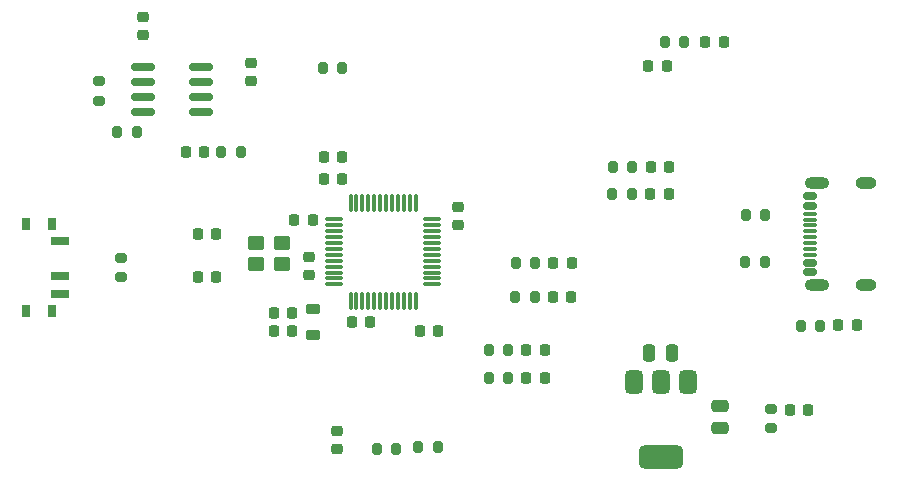
<source format=gtp>
G04 #@! TF.GenerationSoftware,KiCad,Pcbnew,9.0.4*
G04 #@! TF.CreationDate,2025-10-31T21:14:42-06:00*
G04 #@! TF.ProjectId,tutorial,7475746f-7269-4616-9c2e-6b696361645f,rev?*
G04 #@! TF.SameCoordinates,Original*
G04 #@! TF.FileFunction,Paste,Top*
G04 #@! TF.FilePolarity,Positive*
%FSLAX46Y46*%
G04 Gerber Fmt 4.6, Leading zero omitted, Abs format (unit mm)*
G04 Created by KiCad (PCBNEW 9.0.4) date 2025-10-31 21:14:42*
%MOMM*%
%LPD*%
G01*
G04 APERTURE LIST*
G04 Aperture macros list*
%AMRoundRect*
0 Rectangle with rounded corners*
0 $1 Rounding radius*
0 $2 $3 $4 $5 $6 $7 $8 $9 X,Y pos of 4 corners*
0 Add a 4 corners polygon primitive as box body*
4,1,4,$2,$3,$4,$5,$6,$7,$8,$9,$2,$3,0*
0 Add four circle primitives for the rounded corners*
1,1,$1+$1,$2,$3*
1,1,$1+$1,$4,$5*
1,1,$1+$1,$6,$7*
1,1,$1+$1,$8,$9*
0 Add four rect primitives between the rounded corners*
20,1,$1+$1,$2,$3,$4,$5,0*
20,1,$1+$1,$4,$5,$6,$7,0*
20,1,$1+$1,$6,$7,$8,$9,0*
20,1,$1+$1,$8,$9,$2,$3,0*%
G04 Aperture macros list end*
%ADD10RoundRect,0.225000X-0.225000X-0.250000X0.225000X-0.250000X0.225000X0.250000X-0.225000X0.250000X0*%
%ADD11RoundRect,0.200000X0.200000X0.275000X-0.200000X0.275000X-0.200000X-0.275000X0.200000X-0.275000X0*%
%ADD12RoundRect,0.225000X0.250000X-0.225000X0.250000X0.225000X-0.250000X0.225000X-0.250000X-0.225000X0*%
%ADD13RoundRect,0.218750X0.218750X0.256250X-0.218750X0.256250X-0.218750X-0.256250X0.218750X-0.256250X0*%
%ADD14RoundRect,0.200000X-0.200000X-0.275000X0.200000X-0.275000X0.200000X0.275000X-0.200000X0.275000X0*%
%ADD15RoundRect,0.200000X0.275000X-0.200000X0.275000X0.200000X-0.275000X0.200000X-0.275000X-0.200000X0*%
%ADD16RoundRect,0.250000X0.475000X-0.250000X0.475000X0.250000X-0.475000X0.250000X-0.475000X-0.250000X0*%
%ADD17R,0.800000X1.000000*%
%ADD18R,1.500000X0.700000*%
%ADD19RoundRect,0.150000X0.425000X-0.150000X0.425000X0.150000X-0.425000X0.150000X-0.425000X-0.150000X0*%
%ADD20RoundRect,0.075000X0.500000X-0.075000X0.500000X0.075000X-0.500000X0.075000X-0.500000X-0.075000X0*%
%ADD21O,2.100000X1.000000*%
%ADD22O,1.800000X1.000000*%
%ADD23RoundRect,0.075000X-0.662500X-0.075000X0.662500X-0.075000X0.662500X0.075000X-0.662500X0.075000X0*%
%ADD24RoundRect,0.075000X-0.075000X-0.662500X0.075000X-0.662500X0.075000X0.662500X-0.075000X0.662500X0*%
%ADD25RoundRect,0.225000X-0.250000X0.225000X-0.250000X-0.225000X0.250000X-0.225000X0.250000X0.225000X0*%
%ADD26RoundRect,0.218750X-0.381250X0.218750X-0.381250X-0.218750X0.381250X-0.218750X0.381250X0.218750X0*%
%ADD27RoundRect,0.225000X0.225000X0.250000X-0.225000X0.250000X-0.225000X-0.250000X0.225000X-0.250000X0*%
%ADD28RoundRect,0.250000X-0.450000X-0.350000X0.450000X-0.350000X0.450000X0.350000X-0.450000X0.350000X0*%
%ADD29RoundRect,0.150000X0.825000X0.150000X-0.825000X0.150000X-0.825000X-0.150000X0.825000X-0.150000X0*%
%ADD30RoundRect,0.218750X-0.218750X-0.256250X0.218750X-0.256250X0.218750X0.256250X-0.218750X0.256250X0*%
%ADD31RoundRect,0.375000X-0.375000X0.625000X-0.375000X-0.625000X0.375000X-0.625000X0.375000X0.625000X0*%
%ADD32RoundRect,0.500000X-1.400000X0.500000X-1.400000X-0.500000X1.400000X-0.500000X1.400000X0.500000X0*%
%ADD33RoundRect,0.250000X-0.250000X-0.475000X0.250000X-0.475000X0.250000X0.475000X-0.250000X0.475000X0*%
G04 APERTURE END LIST*
D10*
G04 #@! TO.C,C11*
X84850000Y-107425000D03*
X86400000Y-107425000D03*
G04 #@! TD*
D11*
G04 #@! TO.C,R5*
X119860000Y-98350000D03*
X118210000Y-98350000D03*
G04 #@! TD*
D12*
G04 #@! TO.C,C8*
X81220000Y-103445000D03*
X81220000Y-101895000D03*
G04 #@! TD*
D13*
G04 #@! TO.C,D7*
X111687500Y-96603900D03*
X110112500Y-96603900D03*
G04 #@! TD*
D11*
G04 #@! TO.C,R7*
X92115000Y-118050000D03*
X90465000Y-118050000D03*
G04 #@! TD*
D13*
G04 #@! TO.C,D9*
X111732500Y-94303900D03*
X110157500Y-94303900D03*
G04 #@! TD*
D14*
G04 #@! TO.C,R18*
X82405000Y-85970000D03*
X84055000Y-85970000D03*
G04 #@! TD*
D15*
G04 #@! TO.C,R1*
X120382500Y-116430000D03*
X120382500Y-114780000D03*
G04 #@! TD*
D16*
G04 #@! TO.C,C2*
X116060000Y-116447500D03*
X116060000Y-114547500D03*
G04 #@! TD*
D17*
G04 #@! TO.C,SW1*
X59490000Y-99170000D03*
X57280000Y-99170000D03*
X59490000Y-106470000D03*
X57280000Y-106470000D03*
D18*
X60140000Y-100570000D03*
X60140000Y-103570000D03*
X60140000Y-105070000D03*
G04 #@! TD*
D19*
G04 #@! TO.C,J5*
X123635000Y-103210000D03*
X123635000Y-102410000D03*
D20*
X123635000Y-101260000D03*
X123635000Y-100260000D03*
X123635000Y-99760000D03*
X123635000Y-98760000D03*
D19*
X123635000Y-97610000D03*
X123635000Y-96810000D03*
X123635000Y-96810000D03*
X123635000Y-97610000D03*
D20*
X123635000Y-98260000D03*
X123635000Y-99260000D03*
X123635000Y-100760000D03*
X123635000Y-101760000D03*
D19*
X123635000Y-102410000D03*
X123635000Y-103210000D03*
D21*
X124210000Y-104330000D03*
D22*
X128390000Y-104330000D03*
D21*
X124210000Y-95690000D03*
D22*
X128390000Y-95690000D03*
G04 #@! TD*
D15*
G04 #@! TO.C,R2*
X65300000Y-103650000D03*
X65300000Y-102000000D03*
G04 #@! TD*
D11*
G04 #@! TO.C,R16*
X66630000Y-91310000D03*
X64980000Y-91310000D03*
G04 #@! TD*
D23*
G04 #@! TO.C,U2*
X83337500Y-98750000D03*
X83337500Y-99250000D03*
X83337500Y-99750000D03*
X83337500Y-100250000D03*
X83337500Y-100750000D03*
X83337500Y-101250000D03*
X83337500Y-101750000D03*
X83337500Y-102250000D03*
X83337500Y-102750000D03*
X83337500Y-103250000D03*
X83337500Y-103750000D03*
X83337500Y-104250000D03*
D24*
X84750000Y-105662500D03*
X85250000Y-105662500D03*
X85750000Y-105662500D03*
X86250000Y-105662500D03*
X86750000Y-105662500D03*
X87250000Y-105662500D03*
X87750000Y-105662500D03*
X88250000Y-105662500D03*
X88750000Y-105662500D03*
X89250000Y-105662500D03*
X89750000Y-105662500D03*
X90250000Y-105662500D03*
D23*
X91662500Y-104250000D03*
X91662500Y-103750000D03*
X91662500Y-103250000D03*
X91662500Y-102750000D03*
X91662500Y-102250000D03*
X91662500Y-101750000D03*
X91662500Y-101250000D03*
X91662500Y-100750000D03*
X91662500Y-100250000D03*
X91662500Y-99750000D03*
X91662500Y-99250000D03*
X91662500Y-98750000D03*
D24*
X90250000Y-97337500D03*
X89750000Y-97337500D03*
X89250000Y-97337500D03*
X88750000Y-97337500D03*
X88250000Y-97337500D03*
X87750000Y-97337500D03*
X87250000Y-97337500D03*
X86750000Y-97337500D03*
X86250000Y-97337500D03*
X85750000Y-97337500D03*
X85250000Y-97337500D03*
X84750000Y-97337500D03*
G04 #@! TD*
D14*
G04 #@! TO.C,R13*
X73790000Y-93060000D03*
X75440000Y-93060000D03*
G04 #@! TD*
G04 #@! TO.C,R17*
X122862500Y-107750000D03*
X124512500Y-107750000D03*
G04 #@! TD*
G04 #@! TO.C,R3*
X111370000Y-83720000D03*
X113020000Y-83720000D03*
G04 #@! TD*
D25*
G04 #@! TO.C,C17*
X83640000Y-116625000D03*
X83640000Y-118175000D03*
G04 #@! TD*
G04 #@! TO.C,C13*
X67140000Y-81600000D03*
X67140000Y-83150000D03*
G04 #@! TD*
D12*
G04 #@! TO.C,C12*
X76280000Y-87070000D03*
X76280000Y-85520000D03*
G04 #@! TD*
D13*
G04 #@! TO.C,D8*
X116355000Y-83690000D03*
X114780000Y-83690000D03*
G04 #@! TD*
D15*
G04 #@! TO.C,R4*
X63420000Y-88690000D03*
X63420000Y-87040000D03*
G04 #@! TD*
D26*
G04 #@! TO.C,FB1*
X81545000Y-106375000D03*
X81545000Y-108500000D03*
G04 #@! TD*
D13*
G04 #@! TO.C,D11*
X127627500Y-107730000D03*
X126052500Y-107730000D03*
G04 #@! TD*
G04 #@! TO.C,D5*
X103470000Y-102415000D03*
X101895000Y-102415000D03*
G04 #@! TD*
D10*
G04 #@! TO.C,C15*
X71795000Y-103630000D03*
X73345000Y-103630000D03*
G04 #@! TD*
G04 #@! TO.C,C14*
X71795000Y-100000000D03*
X73345000Y-100000000D03*
G04 #@! TD*
D27*
G04 #@! TO.C,C16*
X111505000Y-85770000D03*
X109955000Y-85770000D03*
G04 #@! TD*
D11*
G04 #@! TO.C,R6*
X119815000Y-102350000D03*
X118165000Y-102350000D03*
G04 #@! TD*
D13*
G04 #@! TO.C,D1*
X123520000Y-114870000D03*
X121945000Y-114870000D03*
G04 #@! TD*
D27*
G04 #@! TO.C,C9*
X79820000Y-106685000D03*
X78270000Y-106685000D03*
G04 #@! TD*
D13*
G04 #@! TO.C,D3*
X101197500Y-109812500D03*
X99622500Y-109812500D03*
G04 #@! TD*
D11*
G04 #@! TO.C,R10*
X98097500Y-109787500D03*
X96447500Y-109787500D03*
G04 #@! TD*
G04 #@! TO.C,R14*
X108567500Y-96563900D03*
X106917500Y-96563900D03*
G04 #@! TD*
D28*
G04 #@! TO.C,Y2*
X76760000Y-102490000D03*
X78960000Y-102490000D03*
X78960000Y-100790000D03*
X76760000Y-100790000D03*
G04 #@! TD*
D10*
G04 #@! TO.C,C3*
X82506000Y-93496000D03*
X84056000Y-93496000D03*
G04 #@! TD*
D11*
G04 #@! TO.C,R12*
X100370000Y-102440000D03*
X98720000Y-102440000D03*
G04 #@! TD*
D25*
G04 #@! TO.C,C6*
X93875000Y-97700000D03*
X93875000Y-99250000D03*
G04 #@! TD*
D11*
G04 #@! TO.C,R11*
X100330000Y-105350000D03*
X98680000Y-105350000D03*
G04 #@! TD*
G04 #@! TO.C,R15*
X108587500Y-94303900D03*
X106937500Y-94303900D03*
G04 #@! TD*
D10*
G04 #@! TO.C,C7*
X82506000Y-95371000D03*
X84056000Y-95371000D03*
G04 #@! TD*
D11*
G04 #@! TO.C,R9*
X98102500Y-112152500D03*
X96452500Y-112152500D03*
G04 #@! TD*
D13*
G04 #@! TO.C,D2*
X101220000Y-112150000D03*
X99645000Y-112150000D03*
G04 #@! TD*
D29*
G04 #@! TO.C,U3*
X72100000Y-89620000D03*
X72100000Y-88350000D03*
X72100000Y-87080000D03*
X72100000Y-85810000D03*
X67150000Y-85810000D03*
X67150000Y-87080000D03*
X67150000Y-88350000D03*
X67150000Y-89620000D03*
G04 #@! TD*
D27*
G04 #@! TO.C,C5*
X92185000Y-108230000D03*
X90635000Y-108230000D03*
G04 #@! TD*
G04 #@! TO.C,C10*
X79820000Y-108160000D03*
X78270000Y-108160000D03*
G04 #@! TD*
G04 #@! TO.C,C4*
X81540000Y-98780000D03*
X79990000Y-98780000D03*
G04 #@! TD*
D30*
G04 #@! TO.C,D6*
X70800000Y-93060000D03*
X72375000Y-93060000D03*
G04 #@! TD*
D14*
G04 #@! TO.C,R8*
X86975000Y-118200000D03*
X88625000Y-118200000D03*
G04 #@! TD*
D31*
G04 #@! TO.C,U1*
X113360000Y-112547500D03*
X111060000Y-112547500D03*
D32*
X111060000Y-118847500D03*
D31*
X108760000Y-112547500D03*
G04 #@! TD*
D33*
G04 #@! TO.C,C1*
X110060000Y-110047500D03*
X111960000Y-110047500D03*
G04 #@! TD*
D13*
G04 #@! TO.C,D4*
X103435000Y-105340000D03*
X101860000Y-105340000D03*
G04 #@! TD*
M02*

</source>
